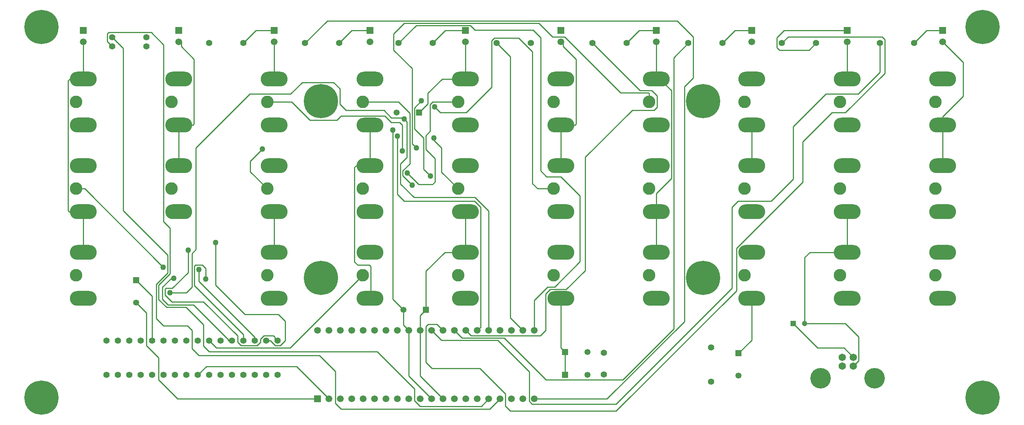
<source format=gbl>
%FSLAX23Y23*%
%MOIN*%
G70*
G01*
G75*
G04 Layer_Physical_Order=2*
%ADD10O,0.012X0.059*%
%ADD11R,0.012X0.059*%
%ADD12O,0.059X0.012*%
%ADD13R,0.059X0.012*%
%ADD14C,0.010*%
%ADD15C,0.110*%
%ADD16O,0.236X0.130*%
%ADD17C,0.300*%
%ADD18R,0.059X0.059*%
%ADD19C,0.059*%
%ADD20C,0.055*%
%ADD21R,0.053X0.053*%
%ADD22C,0.053*%
%ADD23C,0.047*%
%ADD24R,0.047X0.047*%
%ADD25R,0.059X0.059*%
%ADD26C,0.059*%
%ADD27C,0.065*%
%ADD28C,0.180*%
%ADD29C,0.050*%
D14*
X3370Y2034D02*
Y2545D01*
X4070Y840D02*
X4098Y868D01*
X3418Y2706D02*
X3430Y2694D01*
X3453Y2671D01*
X4170Y840D02*
Y1888D01*
X1377Y1170D02*
X1520D01*
X3518Y2792D02*
X3580Y2854D01*
X3598Y2255D02*
X3658Y2195D01*
X554Y2083D02*
X629D01*
X1317Y1395D01*
X4600Y2083D02*
X4739D01*
X3697Y2800D02*
X3747Y2750D01*
X3688Y2508D02*
Y2528D01*
X3756Y2229D02*
X3902Y2083D01*
X2080Y2323D02*
X2187Y2430D01*
X2080Y2231D02*
X2228Y2083D01*
X2295Y750D02*
Y780D01*
Y750D02*
X2320D01*
X1535Y1349D02*
Y1545D01*
X1777Y1237D02*
Y1612D01*
X2220Y750D02*
X2255D01*
X1630Y1270D02*
Y1375D01*
X2120Y750D02*
Y780D01*
X1690Y1292D02*
Y1385D01*
X2020Y750D02*
Y804D01*
X1886Y750D02*
X1920D01*
X1388Y1298D02*
X1410D01*
X2429Y687D02*
X3065Y1323D01*
X1720Y750D02*
X1783Y687D01*
X5576Y2843D02*
Y2920D01*
X3498Y2478D02*
X3536Y2440D01*
X3680Y2843D02*
X3902D01*
X3456Y2220D02*
X3556Y2120D01*
X3416Y2199D02*
X3500Y2115D01*
X3065Y2843D02*
X3379D01*
X3413Y2414D02*
Y2641D01*
X2228Y2843D02*
X2444D01*
X1620Y450D02*
X1695Y525D01*
X2485D02*
X2770Y240D01*
X7285Y687D02*
X7366Y605D01*
X6840Y900D02*
X7053Y687D01*
X3470Y440D02*
X3670Y240D01*
X3423Y887D02*
Y1020D01*
Y887D02*
X3470Y840D01*
Y440D02*
Y840D01*
X3330Y1113D02*
Y2599D01*
Y1113D02*
X3423Y1020D01*
X1444Y240D02*
X2670D01*
X1080Y1083D02*
X1170Y993D01*
X8150Y3370D02*
X8328Y3192D01*
X8149Y2640D02*
Y2716D01*
Y2640D02*
X8150D01*
Y2286D02*
Y2640D01*
X7313Y3046D02*
Y3370D01*
X6476Y2286D02*
Y2640D01*
X4802Y3370D02*
X4823D01*
X5639Y3046D02*
Y3370D01*
X4823Y3330D02*
Y3370D01*
X3965Y3046D02*
Y3370D01*
X5639Y3046D02*
X5669D01*
X4802Y2640D02*
X4925D01*
X3763Y3046D02*
X3965D01*
X4802Y2286D02*
Y2640D01*
X7313Y1526D02*
Y1880D01*
X6986Y1526D02*
X7313D01*
X6940Y900D02*
Y1480D01*
X7366Y527D02*
X7414Y574D01*
X6940Y900D02*
X7297D01*
X5638Y1880D02*
Y2041D01*
Y1880D02*
X5639D01*
Y1526D02*
Y1880D01*
X3965Y1526D02*
Y1880D01*
X3786Y1526D02*
X3965D01*
X6476Y756D02*
Y1120D01*
X6360Y640D02*
X6476Y756D01*
X4840Y450D02*
Y650D01*
X4802Y688D02*
Y1120D01*
Y688D02*
X4840Y650D01*
X3560Y2750D02*
X3637Y2827D01*
X3128Y2286D02*
Y2640D01*
X3010Y2286D02*
X3128D01*
X1454Y3370D02*
X1475D01*
X2291Y3046D02*
Y3370D01*
X1475Y3330D02*
Y3370D01*
X617Y3046D02*
Y3370D01*
X1454Y2640D02*
X1577D01*
X1454Y2286D02*
Y2640D01*
X499Y3046D02*
X617D01*
X493Y1880D02*
X617D01*
X3620Y1020D02*
Y1360D01*
X3135Y1120D02*
Y1400D01*
X2291Y1526D02*
Y1880D01*
X3570Y970D02*
X3620Y1020D01*
X3570Y440D02*
X3770Y240D01*
X3570Y840D02*
Y970D01*
Y440D02*
Y840D01*
X3128Y1120D02*
X3135D01*
X617Y1526D02*
Y1880D01*
X1080Y1280D02*
X1220Y1140D01*
Y750D02*
Y1140D01*
X2130Y3470D02*
X2291D01*
X2020Y3360D02*
X2130Y3470D01*
X2970D02*
X3128D01*
X2860Y3360D02*
X2970Y3470D01*
X3790D02*
X3965D01*
X3680Y3360D02*
X3790Y3470D01*
X5490D02*
X5639D01*
X5380Y3360D02*
X5490Y3470D01*
X6330D02*
X6476D01*
X6220Y3360D02*
X6330Y3470D01*
X6759D02*
X7313D01*
X6978Y3298D02*
X7040Y3360D01*
X8010Y3470D02*
X8150D01*
X7900Y3360D02*
X8010Y3470D01*
X4180Y150D02*
X4270Y240D01*
X870Y3410D02*
X966Y3314D01*
X4105Y175D02*
X4170Y240D01*
X827Y3373D02*
X870Y3330D01*
X2560Y3360D02*
X2755Y3555D01*
X4570Y240D02*
X5207D01*
X4570Y840D02*
Y1106D01*
X3380Y3360D02*
X3535Y3515D01*
X4360Y950D02*
X4470Y840D01*
X4240Y3360D02*
X4360Y3240D01*
X5080Y3360D02*
X5495Y2945D01*
X3970Y840D02*
X4015Y795D01*
X5792Y3232D02*
X5920Y3360D01*
X3870Y840D02*
X3935Y775D01*
X6740Y3360D02*
X6795Y3415D01*
X3716Y894D02*
X3770Y840D01*
X7600Y3103D02*
Y3360D01*
X3670Y840D02*
X3755Y755D01*
X1520Y1170D02*
X1570Y1220D01*
Y1516D01*
X1604Y1550D01*
Y2441D01*
X2076Y2913D01*
X2433D01*
X2535Y3015D01*
X2810D01*
X2865Y2960D01*
Y2826D02*
Y2960D01*
Y2826D02*
X2920Y2771D01*
X3252D01*
X3317Y2706D01*
X3418D01*
X3598Y2255D02*
Y2528D01*
X3518Y2608D02*
X3598Y2528D01*
X3518Y2608D02*
Y2792D01*
X3688Y2508D02*
X3756Y2440D01*
Y2229D02*
Y2440D01*
X2080Y2231D02*
Y2323D01*
X2282Y793D02*
X2295Y780D01*
X2200Y793D02*
X2282D01*
X2170Y763D02*
X2200Y793D01*
X2170Y737D02*
Y763D01*
X2140Y707D02*
X2170Y737D01*
X2000Y707D02*
X2140D01*
X1968Y739D02*
X2000Y707D01*
X1968Y739D02*
Y793D01*
X1671Y1090D02*
X1968Y793D01*
X1392Y1090D02*
X1671D01*
X1332Y1150D02*
X1392Y1090D01*
X1332Y1150D02*
Y1202D01*
X1340Y1210D01*
X1396D01*
X1535Y1349D01*
X2255Y750D02*
X2298Y707D01*
X2342D01*
X2385Y750D01*
Y920D01*
X2325Y980D02*
X2385Y920D01*
X2034Y980D02*
X2325D01*
X1777Y1237D02*
X2034Y980D01*
X5571Y2925D02*
X5576Y2920D01*
X5326Y2925D02*
X5571D01*
X4836Y3415D02*
X5326Y2925D01*
X4728Y3415D02*
X4836D01*
X4608Y3535D02*
X4728Y3415D01*
X3430Y3535D02*
X4608D01*
X3337Y3442D02*
X3430Y3535D01*
X3337Y3298D02*
Y3442D01*
Y3298D02*
X3498Y3137D01*
Y2478D02*
Y3137D01*
X3416Y2199D02*
Y2240D01*
X3478Y2302D01*
Y2744D01*
X3379Y2843D02*
X3478Y2744D01*
X2875Y150D02*
X4180D01*
X2825Y200D02*
X2875Y150D01*
X2825Y200D02*
Y482D01*
X2685Y622D02*
X2825Y482D01*
X1628Y622D02*
X2685D01*
X1570Y680D02*
X1628Y622D01*
X1570Y680D02*
Y840D01*
X1528Y882D02*
X1570Y840D01*
X1320Y882D02*
X1528D01*
X1257Y945D02*
X1320Y882D01*
X1257Y945D02*
Y1246D01*
X1357Y1346D01*
Y1500D01*
X966Y1891D02*
X1357Y1500D01*
X966Y1891D02*
Y3314D01*
X2755Y3555D02*
X5823D01*
X5963Y3415D01*
Y3056D02*
Y3415D01*
X5885Y2978D02*
X5963Y3056D01*
X5885Y918D02*
Y2978D01*
X5207Y240D02*
X5885Y918D01*
X4360Y950D02*
Y3240D01*
X5495Y2945D02*
X5600D01*
X5646Y2899D01*
Y2799D02*
Y2899D01*
X5619Y2772D02*
X5646Y2799D01*
X5428Y2772D02*
X5619D01*
X5016Y2360D02*
X5428Y2772D01*
X5016Y1365D02*
Y2360D01*
X4851Y1200D02*
X5016Y1365D01*
X4708Y1200D02*
X4851D01*
X4668Y1160D02*
X4708Y1200D01*
X4668Y840D02*
Y1160D01*
X4623Y795D02*
X4668Y840D01*
X4015Y795D02*
X4623D01*
X6795Y3415D02*
X7620D01*
X7643Y3392D01*
Y3096D02*
Y3392D01*
X7297Y2750D02*
X7643Y3096D01*
X7179Y2750D02*
X7297D01*
X6922Y2493D02*
X7179Y2750D01*
X6922Y2140D02*
Y2493D01*
X6342Y1560D02*
X6922Y2140D01*
X6342Y1189D02*
Y1560D01*
X5286Y133D02*
X6342Y1189D01*
X4360Y133D02*
X5286D01*
X4315Y178D02*
X4360Y133D01*
X4315Y178D02*
Y285D01*
X4093Y507D02*
X4315Y285D01*
X3673Y507D02*
X4093D01*
X3620Y560D02*
X3673Y507D01*
X3620Y560D02*
Y874D01*
X3640Y894D01*
X3716D01*
X3755Y755D02*
X4249D01*
X4525Y479D01*
Y220D02*
Y479D01*
Y220D02*
X4550Y195D01*
X5287D01*
X6302Y1210D01*
Y1920D01*
X6355Y1973D01*
X6645D01*
X6841Y2169D01*
Y2629D01*
X7125Y2913D01*
X7410D01*
X7600Y3103D01*
X6697Y3408D02*
X6759Y3470D01*
X6697Y3320D02*
Y3408D01*
Y3320D02*
X6719Y3298D01*
X6978D01*
X1590Y1234D02*
X2020Y804D01*
X1590Y1234D02*
Y1405D01*
X1600Y1415D01*
X1660D01*
X1690Y1385D01*
X7053Y687D02*
X7285D01*
X7414Y574D02*
Y783D01*
X7297Y900D02*
X7414Y783D01*
X4570Y1106D02*
X4686Y1222D01*
X4748D01*
X4971Y1445D01*
Y2021D01*
X4803Y2189D02*
X4971Y2021D01*
X4676Y2189D02*
X4803D01*
X4625Y2240D02*
X4676Y2189D01*
X4625Y2240D02*
Y3408D01*
X4558Y3475D02*
X4625Y3408D01*
X4050Y3475D02*
X4558D01*
X4010Y3515D02*
X4050Y3475D01*
X3535Y3515D02*
X4010D01*
X827Y3373D02*
Y3440D01*
X840Y3453D01*
X1213D01*
X1320Y3346D01*
Y1794D02*
Y3346D01*
Y1794D02*
X1377Y1737D01*
Y1337D02*
Y1737D01*
X1277Y1237D02*
X1377Y1337D01*
X1277Y1111D02*
Y1237D01*
Y1111D02*
X1345Y1043D01*
X1517D01*
X1670Y890D01*
Y704D02*
Y890D01*
Y704D02*
X1720Y654D01*
X3193D01*
X3520Y327D01*
Y223D02*
Y327D01*
Y223D02*
X3568Y175D01*
X4105D01*
X3122Y1413D02*
X3135Y1400D01*
X3023Y1413D02*
X3122D01*
X2994Y1442D02*
X3023Y1413D01*
X2994Y1442D02*
Y2270D01*
X3010Y2286D01*
X3390Y2664D02*
X3413Y2641D01*
X3317Y2664D02*
X3390D01*
X3261Y2720D02*
X3317Y2664D01*
X2875Y2720D02*
X3261D01*
X2840Y2685D02*
X2875Y2720D01*
X2602Y2685D02*
X2840D01*
X2444Y2843D02*
X2602Y2685D01*
X3935Y775D02*
X4305D01*
X4672Y408D01*
X5346D01*
X5792Y854D01*
Y3232D01*
X5638Y2041D02*
X5772Y2175D01*
Y2943D01*
X5669Y3046D02*
X5772Y2943D01*
X4554Y2129D02*
X4600Y2083D01*
X4554Y2129D02*
Y3283D01*
X4434Y3403D02*
X4554Y3283D01*
X4220Y3403D02*
X4434D01*
X4197Y3380D02*
X4220Y3403D01*
X4197Y2975D02*
Y3380D01*
X3972Y2750D02*
X4197Y2975D01*
X3747Y2750D02*
X3972D01*
X3370Y2034D02*
X3431Y1973D01*
X4045D01*
X4098Y1920D01*
Y868D02*
Y1920D01*
X1695Y525D02*
X2485D01*
X3453Y2358D02*
Y2671D01*
X3396Y2301D02*
X3453Y2358D01*
X3396Y2126D02*
Y2301D01*
Y2126D02*
X3515Y2007D01*
X4051D01*
X4170Y1888D01*
X3657Y2820D02*
X3680Y2843D01*
X3657Y2587D02*
Y2820D01*
X3618Y2548D02*
X3657Y2587D01*
X3618Y2428D02*
Y2548D01*
Y2428D02*
X3698Y2348D01*
Y2142D02*
Y2348D01*
X3676Y2120D02*
X3698Y2142D01*
X3556Y2120D02*
X3676D01*
X3637Y2920D02*
X3763Y3046D01*
X3637Y2827D02*
Y2920D01*
X1886Y750D02*
Y760D01*
X1583Y1063D02*
X1886Y760D01*
X1361Y1063D02*
X1583D01*
X1310Y1114D02*
X1361Y1063D01*
X1310Y1114D02*
Y1220D01*
X1388Y1298D01*
X483Y1890D02*
X493Y1880D01*
X483Y1890D02*
Y3030D01*
X499Y3046D01*
X1630Y1270D02*
X2120Y780D01*
X1783Y687D02*
X2429D01*
X1170Y707D02*
Y993D01*
Y707D02*
X1277Y600D01*
Y407D02*
Y600D01*
Y407D02*
X1444Y240D01*
X3620Y1360D02*
X3786Y1526D01*
X6940Y1480D02*
X6986Y1526D01*
X8149Y2716D02*
X8328Y2895D01*
Y3192D01*
X1475Y3330D02*
X1587Y3218D01*
Y2650D02*
Y3218D01*
X1577Y2640D02*
X1587Y2650D01*
X4823Y3330D02*
X4935Y3218D01*
Y2650D02*
Y3218D01*
X4925Y2640D02*
X4935Y2650D01*
D15*
X1391Y2083D02*
D03*
Y2843D02*
D03*
X554Y1323D02*
D03*
Y2083D02*
D03*
X8087D02*
D03*
X7250D02*
D03*
X6413D02*
D03*
X5576D02*
D03*
X4739D02*
D03*
X3902D02*
D03*
X3065D02*
D03*
X2228D02*
D03*
X554Y2843D02*
D03*
X8087Y1323D02*
D03*
X7250D02*
D03*
X6413D02*
D03*
X5576D02*
D03*
X4739D02*
D03*
X3902D02*
D03*
X3065D02*
D03*
X2228D02*
D03*
X8087Y2843D02*
D03*
X7250D02*
D03*
X6413D02*
D03*
X5576D02*
D03*
X4739D02*
D03*
X3902D02*
D03*
X3065D02*
D03*
X2228D02*
D03*
D16*
X1454Y1880D02*
D03*
Y2286D02*
D03*
Y3046D02*
D03*
Y2640D02*
D03*
X617Y1120D02*
D03*
Y1526D02*
D03*
Y2286D02*
D03*
Y1880D02*
D03*
X8150D02*
D03*
Y2286D02*
D03*
X7313D02*
D03*
Y1880D02*
D03*
X6476D02*
D03*
Y2286D02*
D03*
X5639D02*
D03*
Y1880D02*
D03*
X4802D02*
D03*
Y2286D02*
D03*
X3965D02*
D03*
Y1880D02*
D03*
X3128D02*
D03*
Y2286D02*
D03*
X2291D02*
D03*
Y1880D02*
D03*
X617Y2640D02*
D03*
Y3046D02*
D03*
X8150Y1526D02*
D03*
Y1120D02*
D03*
X7313D02*
D03*
Y1526D02*
D03*
X6476D02*
D03*
Y1120D02*
D03*
X5639D02*
D03*
Y1526D02*
D03*
X4802D02*
D03*
Y1120D02*
D03*
X3965D02*
D03*
Y1526D02*
D03*
X3128D02*
D03*
Y1120D02*
D03*
X2291D02*
D03*
Y1526D02*
D03*
X8150Y3046D02*
D03*
Y2640D02*
D03*
X7313D02*
D03*
Y3046D02*
D03*
X6476D02*
D03*
Y2640D02*
D03*
X5639D02*
D03*
Y3046D02*
D03*
X4802D02*
D03*
Y2640D02*
D03*
X3965D02*
D03*
Y3046D02*
D03*
X3128D02*
D03*
Y2640D02*
D03*
X2291D02*
D03*
Y3046D02*
D03*
D17*
X250Y250D02*
D03*
X2700Y1300D02*
D03*
Y2850D02*
D03*
X250Y3500D02*
D03*
X8500Y250D02*
D03*
X6050Y1300D02*
D03*
Y2850D02*
D03*
X8500Y3500D02*
D03*
D18*
X617Y3470D02*
D03*
X1454D02*
D03*
X2291D02*
D03*
X3128D02*
D03*
X3965D02*
D03*
X4802D02*
D03*
X5639D02*
D03*
X6476D02*
D03*
X7313D02*
D03*
X8150D02*
D03*
D19*
X617Y3370D02*
D03*
X1454D02*
D03*
X2291D02*
D03*
X3128D02*
D03*
X3965D02*
D03*
X4802D02*
D03*
X5639D02*
D03*
X6476D02*
D03*
X7313D02*
D03*
X8150D02*
D03*
D20*
X870Y3410D02*
D03*
X1170D02*
D03*
X870Y3330D02*
D03*
X1170D02*
D03*
X1720Y3360D02*
D03*
X2020D02*
D03*
X2560D02*
D03*
X2860D02*
D03*
X3380D02*
D03*
X3680D02*
D03*
X4240D02*
D03*
X4540D02*
D03*
X5080D02*
D03*
X5380D02*
D03*
X5920D02*
D03*
X6220D02*
D03*
X6740D02*
D03*
X7040D02*
D03*
X7600D02*
D03*
X7900D02*
D03*
X5180Y646D02*
D03*
Y454D02*
D03*
X6120Y690D02*
D03*
Y390D02*
D03*
X1620Y750D02*
D03*
Y450D02*
D03*
X1720Y750D02*
D03*
Y450D02*
D03*
X1820Y750D02*
D03*
Y450D02*
D03*
X1920Y750D02*
D03*
Y450D02*
D03*
X2020Y750D02*
D03*
Y450D02*
D03*
X2120Y750D02*
D03*
Y450D02*
D03*
X2220Y750D02*
D03*
Y450D02*
D03*
X2320Y750D02*
D03*
Y450D02*
D03*
X1520D02*
D03*
Y750D02*
D03*
X1420Y450D02*
D03*
Y750D02*
D03*
X1320Y450D02*
D03*
Y750D02*
D03*
X1220Y450D02*
D03*
Y750D02*
D03*
X1120Y450D02*
D03*
Y750D02*
D03*
X1020Y450D02*
D03*
Y750D02*
D03*
X920Y450D02*
D03*
Y750D02*
D03*
X820Y450D02*
D03*
Y750D02*
D03*
D21*
X4840Y650D02*
D03*
Y450D02*
D03*
X6360Y640D02*
D03*
X3560Y2750D02*
D03*
X1080Y1280D02*
D03*
X3620Y1020D02*
D03*
D22*
X5037Y650D02*
D03*
Y450D02*
D03*
X6360Y443D02*
D03*
X3363Y2750D02*
D03*
X1080Y1083D02*
D03*
X3423Y1020D02*
D03*
D23*
X6940Y900D02*
D03*
D24*
X6840D02*
D03*
D25*
X2670Y240D02*
D03*
D26*
X2770D02*
D03*
X2870D02*
D03*
X2970D02*
D03*
X3070D02*
D03*
X3170D02*
D03*
X3270D02*
D03*
X3370D02*
D03*
X3470D02*
D03*
X3570D02*
D03*
X3670D02*
D03*
X3770D02*
D03*
X3870D02*
D03*
X3970D02*
D03*
X4070D02*
D03*
X4170D02*
D03*
X4270D02*
D03*
X4370D02*
D03*
X4470D02*
D03*
X4570D02*
D03*
X2670Y840D02*
D03*
X2770D02*
D03*
X2870D02*
D03*
X2970D02*
D03*
X3070D02*
D03*
X3170D02*
D03*
X3270D02*
D03*
X3370D02*
D03*
X3470D02*
D03*
X3570D02*
D03*
X3670D02*
D03*
X3770D02*
D03*
X3870D02*
D03*
X3970D02*
D03*
X4070D02*
D03*
X4170D02*
D03*
X4270D02*
D03*
X4370D02*
D03*
X4470D02*
D03*
X4570D02*
D03*
D27*
X7366Y527D02*
D03*
X7366Y605D02*
D03*
X7268D02*
D03*
Y527D02*
D03*
D28*
X7554Y420D02*
D03*
X7080D02*
D03*
D29*
X1377Y1170D02*
D03*
X3430Y2694D02*
D03*
X3658Y2195D02*
D03*
X3580Y2854D02*
D03*
X3688Y2528D02*
D03*
X2187Y2430D02*
D03*
X1535Y1545D02*
D03*
X1777Y1612D02*
D03*
X3536Y2440D02*
D03*
X3500Y2115D02*
D03*
X3330Y2599D02*
D03*
X1690Y1292D02*
D03*
X3413Y2414D02*
D03*
X3697Y2800D02*
D03*
X3370Y2545D02*
D03*
X3456Y2220D02*
D03*
X1410Y1298D02*
D03*
X1630Y1375D02*
D03*
X1317Y1395D02*
D03*
M02*

</source>
